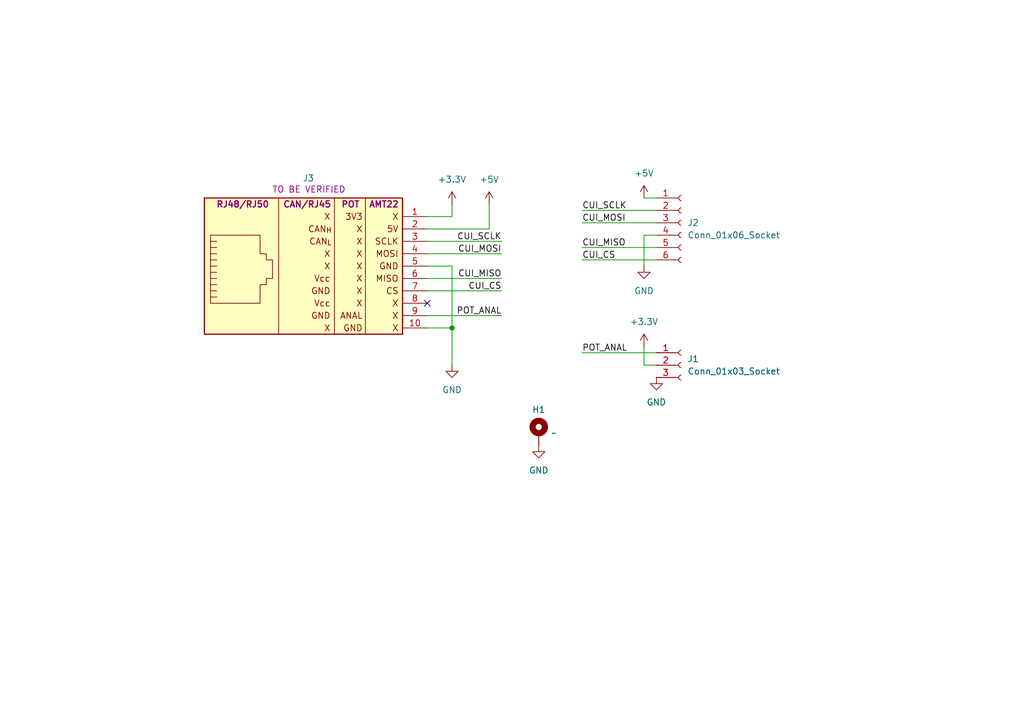
<source format=kicad_sch>
(kicad_sch (version 20231120) (generator "eeschema") (generator_version "8.0")
  (paper "A5")
  (title_block (title "Board") (date "2025-02-03") (rev "REV0") (company "RobotiqueUdeS") (comment 1 "Made by Philippe Michaud"))
  (lib_symbols
    (symbol "Connector:Conn_01x03_Socket" (pin_names (offset 1.016) hide)
      (property "Reference" "J" (at 0 5.08 0))
      (property "Value" "Conn_01x03_Socket" (at 0 -5.08 0))
      (symbol "Conn_01x03_Socket_1_1"
        (arc (start 0 -2.032) (mid -0.5058 -2.54) (end 0 -3.048) (stroke (width 0.1524)))
        (polyline (pts (xy -1.27 -2.54) (xy -0.508 -2.54)) (stroke (width 0.1524)))
        (polyline (pts (xy -1.27 0) (xy -0.508 0)) (stroke (width 0.1524)))
        (polyline (pts (xy -1.27 2.54) (xy -0.508 2.54)) (stroke (width 0.1524)))
        (arc (start 0 0.508) (mid -0.5058 0) (end 0 -0.508) (stroke (width 0.1524)))
        (arc (start 0 3.048) (mid -0.5058 2.54) (end 0 2.032) (stroke (width 0.1524)))
        (pin passive line (at -5.08 2.54 0) (length 3.81) (name "Pin_1") (number "1"))
        (pin passive line (at -5.08 0 0) (length 3.81) (name "Pin_2") (number "2"))
        (pin passive line (at -5.08 -2.54 0) (length 3.81) (name "Pin_3") (number "3"))
      )
    )
    (symbol "Connector:Conn_01x06_Socket" (pin_names (offset 1.016) hide)
      (property "Reference" "J" (at 0 7.62 0))
      (property "Value" "Conn_01x06_Socket" (at 0 -10.16 0))
      (symbol "Conn_01x06_Socket_1_1"
        (arc (start 0 -7.112) (mid -0.5058 -7.62) (end 0 -8.128) (stroke (width 0.1524)))
        (arc (start 0 -4.572) (mid -0.5058 -5.08) (end 0 -5.588) (stroke (width 0.1524)))
        (arc (start 0 -2.032) (mid -0.5058 -2.54) (end 0 -3.048) (stroke (width 0.1524)))
        (polyline (pts (xy -1.27 -7.62) (xy -0.508 -7.62)) (stroke (width 0.1524)))
        (polyline (pts (xy -1.27 -5.08) (xy -0.508 -5.08)) (stroke (width 0.1524)))
        (polyline (pts (xy -1.27 -2.54) (xy -0.508 -2.54)) (stroke (width 0.1524)))
        (polyline (pts (xy -1.27 0) (xy -0.508 0)) (stroke (width 0.1524)))
        (polyline (pts (xy -1.27 2.54) (xy -0.508 2.54)) (stroke (width 0.1524)))
        (polyline (pts (xy -1.27 5.08) (xy -0.508 5.08)) (stroke (width 0.1524)))
        (arc (start 0 0.508) (mid -0.5058 0) (end 0 -0.508) (stroke (width 0.1524)))
        (arc (start 0 3.048) (mid -0.5058 2.54) (end 0 2.032) (stroke (width 0.1524)))
        (arc (start 0 5.588) (mid -0.5058 5.08) (end 0 4.572) (stroke (width 0.1524)))
        (pin passive line (at -5.08 5.08 0) (length 3.81) (name "Pin_1") (number "1"))
        (pin passive line (at -5.08 2.54 0) (length 3.81) (name "Pin_2") (number "2"))
        (pin passive line (at -5.08 0 0) (length 3.81) (name "Pin_3") (number "3"))
        (pin passive line (at -5.08 -2.54 0) (length 3.81) (name "Pin_4") (number "4"))
        (pin passive line (at -5.08 -5.08 0) (length 3.81) (name "Pin_5") (number "5"))
        (pin passive line (at -5.08 -7.62 0) (length 3.81) (name "Pin_6") (number "6"))
      )
    )
    (symbol "RoverLibrary:MountingHole_Pad" (pin_numbers hide) (pin_names (offset 1.016) hide) (exclude_from_sim yes) (in_bom no)
      (property "Reference" "H" (at 0 6.35 0))
      (property "Value" "MountingHole_Pad" (at 0 4.445 0))
      (symbol "MountingHole_Pad_0_1"
        (circle (center 0 1.27) (radius 1.27) (stroke (width 1.27)))
      )
      (symbol "MountingHole_Pad_1_1"
        (pin input line (at 0 -2.54 90) (length 2.54) (name "1") (number "1"))
      )
    )
    (symbol "RoverLibrary:RJ50-SS-641010-A-NF-A111" (pin_names (offset 1.016))
      (property "Reference" "J" (at 0 9.144 0))
      (property "Value" "RJ50-SS-641010-A-NF-A111" (at 0 6.858 0))
      (property "STATUS" "TO BE VERIFIED" (at 0.254 11.43 0))
      (symbol "RJ50-SS-641010-A-NF-A111_0_1"
        (polyline (pts (xy -11.43 3.81) (xy -11.43 -24.13)))
        (polyline (pts (xy -5.08 3.81) (xy -5.08 -24.13)))
        (polyline (pts (xy 6.35 3.81) (xy 6.35 -24.13)))
        (polyline (pts (xy 19.05 -6.35) (xy 20.32 -6.35)))
        (polyline (pts (xy 19.05 -5.08) (xy 20.32 -5.08)))
        (polyline (pts (xy 19.05 -7.62) (xy 20.32 -7.62) (xy 20.32 -7.62)))
        (polyline (pts (xy 20.32 -16.51) (xy 19.05 -16.51) (xy 19.05 -16.51)))
        (polyline (pts (xy 20.32 -15.24) (xy 19.05 -15.24) (xy 19.05 -15.24)))
        (polyline (pts (xy 20.32 -13.97) (xy 19.05 -13.97) (xy 19.05 -13.97)))
        (polyline (pts (xy 20.32 -12.7) (xy 19.05 -12.7) (xy 19.05 -12.7)))
        (polyline (pts (xy 20.32 -11.43) (xy 19.05 -11.43) (xy 19.05 -11.43)))
        (polyline (pts (xy 20.32 -10.16) (xy 19.05 -10.16) (xy 19.05 -10.16)))
        (polyline (pts (xy 20.32 -8.89) (xy 19.05 -8.89) (xy 19.05 -8.89)))
        (polyline (pts (xy 20.32 -17.78) (xy 20.32 -3.81) (xy 10.16 -3.81) (xy 10.16 -7.62) (xy 8.89 -7.62) (xy 8.89 -8.89) (xy 7.62 -8.89) (xy 7.62 -12.7) (xy 8.89 -12.7) (xy 8.89 -13.97) (xy 10.16 -13.97) (xy 10.16 -17.78) (xy 20.32 -17.78) (xy 20.32 -16.51)))
      )
      (symbol "RJ50-SS-641010-A-NF-A111_1_1"
        (rectangle (start -19.05 3.81) (end 21.59 -24.13) (stroke (width 0.254)) (fill (type background)))
        (text "3V3" (at -10.922 0 0) (effects (font (size 1.27 1.27)) (justify left)))
        (text "5V" (at -18.288 -2.54 0) (effects (font (size 1.27 1.27)) (justify left)))
        (text "AMT22" (at -15.24 2.54 0) (effects (font (size 1.27 1.27) (thickness 0.254) (bold yes))))
        (text "ANAL" (at -10.922 -20.32 0) (effects (font (size 1.27 1.27)) (justify left)))
        (text "CAN/RJ45" (at 0.508 2.54 0) (effects (font (size 1.27 1.27) (thickness 0.254) (bold yes))))
        (text "CAN_{H}" (at -4.572 -2.54 0) (effects (font (size 1.27 1.27)) (justify left)))
        (text "CAN_{L}" (at -4.572 -5.08 0) (effects (font (size 1.27 1.27)) (justify left)))
        (text "CS" (at -18.288 -15.24 0) (effects (font (size 1.27 1.27)) (justify left)))
        (text "GND" (at -18.288 -10.16 0) (effects (font (size 1.27 1.27)) (justify left)))
        (text "GND" (at -10.922 -22.86 0) (effects (font (size 1.27 1.27)) (justify left)))
        (text "GND" (at -4.318 -20.32 0) (effects (font (size 1.27 1.27)) (justify left)))
        (text "GND" (at -4.318 -15.24 0) (effects (font (size 1.27 1.27)) (justify left)))
        (text "MISO" (at -18.288 -12.7 0) (effects (font (size 1.27 1.27)) (justify left)))
        (text "MOSI" (at -18.288 -7.62 0) (effects (font (size 1.27 1.27)) (justify left)))
        (text "POT" (at -8.382 2.54 0) (effects (font (size 1.27 1.27) (thickness 0.254) (bold yes))))
        (text "RJ48/RJ50" (at 13.716 2.54 0) (effects (font (size 1.27 1.27) (thickness 0.254) (bold yes))))
        (text "SCLK" (at -18.288 -5.08 0) (effects (font (size 1.27 1.27)) (justify left)))
        (text "Vcc" (at -4.318 -17.78 0) (effects (font (size 1.27 1.27)) (justify left)))
        (text "Vcc" (at -4.318 -12.7 0) (effects (font (size 1.27 1.27)) (justify left)))
        (text "X" (at -18.288 -22.86 0) (effects (font (size 1.27 1.27)) (justify left)))
        (text "X" (at -18.288 -20.32 0) (effects (font (size 1.27 1.27)) (justify left)))
        (text "X" (at -18.288 -17.78 0) (effects (font (size 1.27 1.27)) (justify left)))
        (text "X" (at -18.288 0 0) (effects (font (size 1.27 1.27)) (justify left)))
        (text "X" (at -10.922 -17.78 0) (effects (font (size 1.27 1.27)) (justify left)))
        (text "X" (at -10.922 -15.24 0) (effects (font (size 1.27 1.27)) (justify left)))
        (text "X" (at -10.922 -12.7 0) (effects (font (size 1.27 1.27)) (justify left)))
        (text "X" (at -10.922 -10.16 0) (effects (font (size 1.27 1.27)) (justify left)))
        (text "X" (at -10.922 -7.62 0) (effects (font (size 1.27 1.27)) (justify left)))
        (text "X" (at -10.922 -5.08 0) (effects (font (size 1.27 1.27)) (justify left)))
        (text "X" (at -10.922 -2.54 0) (effects (font (size 1.27 1.27)) (justify left)))
        (text "X" (at -4.318 -22.86 0) (effects (font (size 1.27 1.27)) (justify left)))
        (text "X" (at -4.318 -10.16 0) (effects (font (size 1.27 1.27)) (justify left)))
        (text "X" (at -4.318 -7.62 0) (effects (font (size 1.27 1.27)) (justify left)))
        (text "X" (at -4.318 0 0) (effects (font (size 1.27 1.27)) (justify left)))
        (pin passive line (at -24.13 0 0) (length 5.08) (name "") (number "1"))
        (pin passive line (at -24.13 -22.86 0) (length 5.08) (name "") (number "10"))
        (pin passive line (at -24.13 -2.54 0) (length 5.08) (name "") (number "2"))
        (pin passive line (at -24.13 -5.08 0) (length 5.08) (name "") (number "3"))
        (pin passive line (at -24.13 -7.62 0) (length 5.08) (name "") (number "4"))
        (pin passive line (at -24.13 -10.16 0) (length 5.08) (name "") (number "5"))
        (pin passive line (at -24.13 -12.7 0) (length 5.08) (name "") (number "6"))
        (pin passive line (at -24.13 -15.24 0) (length 5.08) (name "") (number "7"))
        (pin passive line (at -24.13 -17.78 0) (length 5.08) (name "") (number "8"))
        (pin passive line (at -24.13 -20.32 0) (length 5.08) (name "") (number "9"))
      )
    )
    (symbol "power:+5V" (power) (pin_numbers hide) (pin_names (offset 0) hide)
      (property "Value" "+5V" (at 0 3.556 0))
      (symbol "+5V_0_1"
        (polyline (pts (xy -0.762 1.27) (xy 0 2.54)))
        (polyline (pts (xy 0 0) (xy 0 2.54)))
        (polyline (pts (xy 0 2.54) (xy 0.762 1.27)))
      )
      (symbol "+5V_1_1"
        (pin power_in line (at 0 0 90) (length 0) (name "~") (number "1"))
      )
    )
    (symbol "power:GND" (power) (pin_numbers hide) (pin_names (offset 0) hide)
      (property "Value" "GND" (at 0 -3.81 0))
      (symbol "GND_0_1"
        (polyline (pts (xy 0 0) (xy 0 -1.27) (xy 1.27 -1.27) (xy 0 -2.54) (xy -1.27 -1.27) (xy 0 -1.27)))
      )
      (symbol "GND_1_1"
        (pin power_in line (at 0 0 270) (length 0) (name "~") (number "1"))
      )
    )
  )
  (junction (at 92.71 67.31))
  (no_connect (at 87.63 62.23))
  (wire (pts (xy 92.71 44.45) (xy 87.63 44.45)))
  (wire (pts (xy 102.87 49.53) (xy 87.63 49.53)))
  (wire (pts (xy 100.33 46.99) (xy 100.33 41.91)))
  (wire (pts (xy 102.87 64.77) (xy 87.63 64.77)))
  (wire (pts (xy 132.08 71.12) (xy 132.08 74.93)))
  (wire (pts (xy 102.87 57.15) (xy 87.63 57.15)))
  (wire (pts (xy 119.38 45.72) (xy 134.62 45.72)))
  (wire (pts (xy 100.33 46.99) (xy 87.63 46.99)))
  (wire (pts (xy 119.38 72.39) (xy 134.62 72.39)))
  (wire (pts (xy 87.63 67.31) (xy 92.71 67.31)))
  (wire (pts (xy 102.87 52.07) (xy 87.63 52.07)))
  (wire (pts (xy 132.08 48.26) (xy 134.62 48.26)))
  (wire (pts (xy 102.87 59.69) (xy 87.63 59.69)))
  (wire (pts (xy 92.71 67.31) (xy 92.71 54.61)))
  (wire (pts (xy 119.38 43.18) (xy 134.62 43.18)))
  (wire (pts (xy 132.08 54.61) (xy 132.08 48.26)))
  (wire (pts (xy 92.71 74.93) (xy 92.71 67.31)))
  (wire (pts (xy 92.71 41.91) (xy 92.71 44.45)))
  (wire (pts (xy 119.38 50.8) (xy 134.62 50.8)))
  (wire (pts (xy 92.71 54.61) (xy 87.63 54.61)))
  (wire (pts (xy 119.38 53.34) (xy 134.62 53.34)))
  (wire (pts (xy 132.08 74.93) (xy 134.62 74.93)))
  (wire (pts (xy 132.08 40.64) (xy 134.62 40.64)))
  (label "CUI_CS" (at 119.38 53.34 0))
  (label "CUI_MOSI" (at 119.38 45.72 0))
  (label "CUI_SCLK" (at 102.87 49.53 180))
  (label "POT_ANAL" (at 119.38 72.39 0))
  (label "CUI_MISO" (at 119.38 50.8 0))
  (label "CUI_MOSI" (at 102.87 52.07 180))
  (label "CUI_CS" (at 102.87 59.69 180))
  (label "CUI_MISO" (at 102.87 57.15 180))
  (label "CUI_SCLK" (at 119.38 43.18 0))
  (label "POT_ANAL" (at 102.87 64.77 180))
  (symbol (lib_id "power:+5V") (at 132.08 71.12 0) (unit 1)
    (property "Reference" "#PWR04" (effects (hide yes)))
    (property "Value" "+3.3V" (at 132.08 66.04 0))
    (property "Description" "Power symbol creates a global label with name \"+5V\"" (effects (hide yes)))
  )
  (symbol (lib_id "RoverLibrary:MountingHole_Pad") (at 110.49 88.9 0) (unit 1) (exclude_from_sim yes) (in_bom no)
    (property "Reference" "H1" (at 110.49 84.074 0))
    (property "Value" "~" (at 113.03 88.8999 0) (effects (justify left)))
    (property "Footprint" "MountingHole:MountingHole_3.2mm_M3_DIN965_Pad_TopBottom" (effects (hide yes)))
    (property "Description" "Mounting Hole with connection" (effects (hide yes)))
  )
  (symbol (lib_id "Connector:Conn_01x03_Socket") (at 139.7 74.93 0) (unit 1)
    (property "Reference" "J1" (at 140.97 73.6599 0) (effects (justify left)))
    (property "Value" "Conn_01x03_Socket" (at 140.97 76.1999 0) (effects (justify left)))
    (property "Footprint" "Connector_JST:JST_PH_B3B-PH-K_1x03_P2.00mm_Vertical" (effects (hide yes)))
    (property "Description" "Generic connector, single row, 01x03, script generated" (effects (hide yes)))
  )
  (symbol (lib_id "RoverLibrary:RJ50-SS-641010-A-NF-A111") (at 63.5 44.45 0) (mirror y) (unit 1)
    (property "Reference" "J3" (at 63.246 36.576 0))
    (property "Value" "RJ50-SS-641010-A-NF-A111" (effects (hide yes)))
    (property "Footprint" "RoverFootprint:RJ50-SS-641010-A-NF-A111" (effects (hide yes)))
    (property "Description" "RJ connector, 10P10C (10 positions 10 connected), RJ48/RJ50" (effects (hide yes)))
    (property "STATUS" "TO BE VERIFIED" (at 63.373 38.862 0))
  )
  (symbol (lib_id "Connector:Conn_01x06_Socket") (at 139.7 45.72 0) (unit 1)
    (property "Reference" "J2" (at 140.97 45.7199 0) (effects (justify left)))
    (property "Value" "Conn_01x06_Socket" (at 140.97 48.2599 0) (effects (justify left)))
    (property "Footprint" "Connector_JST:JST_PH_B6B-PH-K_1x06_P2.00mm_Vertical" (effects (hide yes)))
    (property "Description" "Generic connector, single row, 01x06, script generated" (effects (hide yes)))
  )
  (symbol (lib_id "power:+5V") (at 100.33 41.91 0) (unit 1)
    (property "Reference" "#PWR05" (effects (hide yes)))
    (property "Value" "+5V" (at 100.33 36.83 0))
    (property "Description" "Power symbol creates a global label with name \"+5V\"" (effects (hide yes)))
  )
  (symbol (lib_id "power:GND") (at 92.71 74.93 0) (unit 1)
    (property "Reference" "#PWR06" (effects (hide yes)))
    (property "Value" "GND" (at 92.71 80.01 0))
    (property "Description" "Power symbol creates a global label with name \"GND\" , ground" (effects (hide yes)))
  )
  (symbol (lib_id "power:+5V") (at 92.71 41.91 0) (unit 1)
    (property "Reference" "#PWR07" (effects (hide yes)))
    (property "Value" "+3.3V" (at 92.71 36.83 0))
    (property "Description" "Power symbol creates a global label with name \"+5V\"" (effects (hide yes)))
  )
  (symbol (lib_id "power:+5V") (at 132.08 40.64 0) (unit 1)
    (property "Reference" "#PWR01" (effects (hide yes)))
    (property "Value" "+5V" (at 132.08 35.56 0))
    (property "Description" "Power symbol creates a global label with name \"+5V\"" (effects (hide yes)))
  )
  (symbol (lib_id "power:GND") (at 132.08 54.61 0) (unit 1)
    (property "Reference" "#PWR02" (effects (hide yes)))
    (property "Value" "GND" (at 132.08 59.69 0))
    (property "Description" "Power symbol creates a global label with name \"GND\" , ground" (effects (hide yes)))
  )
  (symbol (lib_id "power:GND") (at 110.49 91.44 0) (unit 1)
    (property "Reference" "#PWR08" (effects (hide yes)))
    (property "Value" "GND" (at 110.49 96.52 0))
    (property "Description" "Power symbol creates a global label with name \"GND\" , ground" (effects (hide yes)))
  )
  (symbol (lib_id "power:GND") (at 134.62 77.47 0) (unit 1)
    (property "Reference" "#PWR03" (effects (hide yes)))
    (property "Value" "GND" (at 134.62 82.55 0))
    (property "Description" "Power symbol creates a global label with name \"GND\" , ground" (effects (hide yes)))
  )
)
</source>
